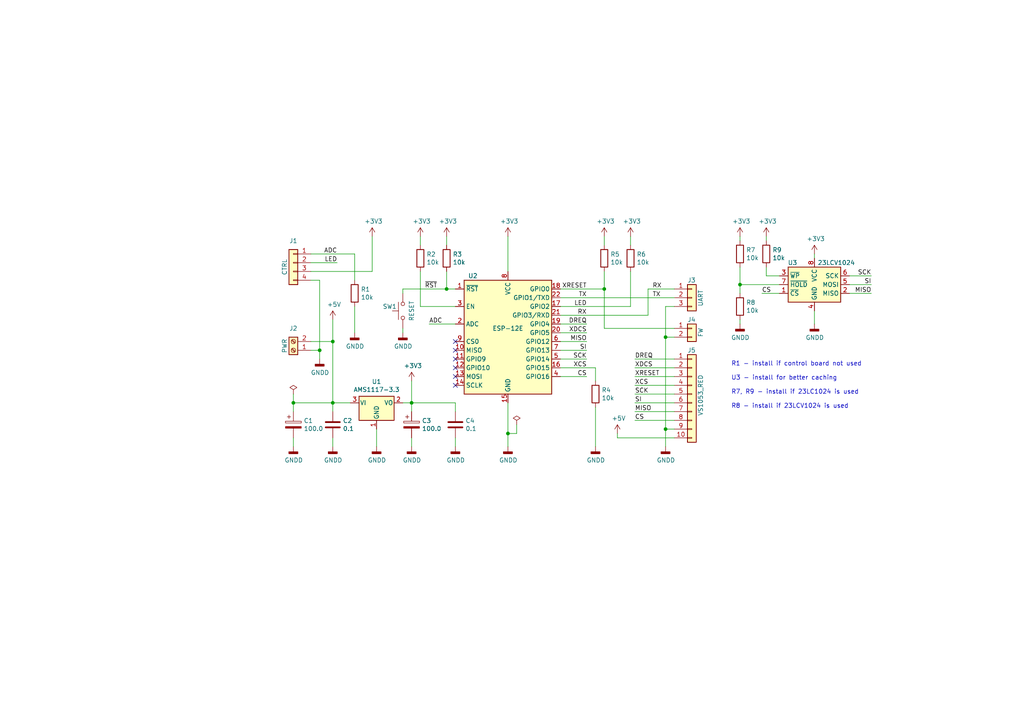
<source format=kicad_sch>
(kicad_sch (version 20230121) (generator eeschema)
  (paper "A4")
  (lib_symbols
    (symbol "Connector:Screw_Terminal_01x02" (pin_names (offset 1.016) hide)
      (property "Reference" "J" (at 0 2.54 0))
      (property "Value" "Screw_Terminal_01x02" (at 0 -5.08 0))
      (symbol "Screw_Terminal_01x02_1_1"
        (rectangle (start -1.27 1.27) (end 1.27 -3.81) (stroke (width 0.254)) (fill (type background)))
        (circle (center 0 -2.54) (radius 0.635) (stroke (width 0.1524)))
        (polyline (pts (xy -0.5334 -2.2098) (xy 0.3302 -3.048)) (stroke (width 0.1524)))
        (polyline (pts (xy -0.5334 0.3302) (xy 0.3302 -0.508)) (stroke (width 0.1524)))
        (polyline (pts (xy -0.3556 -2.032) (xy 0.508 -2.8702)) (stroke (width 0.1524)))
        (polyline (pts (xy -0.3556 0.508) (xy 0.508 -0.3302)) (stroke (width 0.1524)))
        (circle (center 0 0) (radius 0.635) (stroke (width 0.1524)))
        (pin passive line (at -5.08 0 0) (length 3.81) (name "Pin_1") (number "1"))
        (pin passive line (at -5.08 -2.54 0) (length 3.81) (name "Pin_2") (number "2"))
      )
    )
    (symbol "Connector_Generic:Conn_01x02" (pin_names (offset 1.016) hide)
      (property "Reference" "J" (at 0 2.54 0))
      (property "Value" "Conn_01x02" (at 0 -5.08 0))
      (symbol "Conn_01x02_1_1"
        (rectangle (start -1.27 -2.413) (end 0 -2.667) (stroke (width 0.1524)))
        (rectangle (start -1.27 0.127) (end 0 -0.127) (stroke (width 0.1524)))
        (rectangle (start -1.27 1.27) (end 1.27 -3.81) (stroke (width 0.254)) (fill (type background)))
        (pin passive line (at -5.08 0 0) (length 3.81) (name "Pin_1") (number "1"))
        (pin passive line (at -5.08 -2.54 0) (length 3.81) (name "Pin_2") (number "2"))
      )
    )
    (symbol "Connector_Generic:Conn_01x03" (pin_names (offset 1.016) hide)
      (property "Reference" "J" (at 0 5.08 0))
      (property "Value" "Conn_01x03" (at 0 -5.08 0))
      (symbol "Conn_01x03_1_1"
        (rectangle (start -1.27 -2.413) (end 0 -2.667) (stroke (width 0.1524)))
        (rectangle (start -1.27 0.127) (end 0 -0.127) (stroke (width 0.1524)))
        (rectangle (start -1.27 2.667) (end 0 2.413) (stroke (width 0.1524)))
        (rectangle (start -1.27 3.81) (end 1.27 -3.81) (stroke (width 0.254)) (fill (type background)))
        (pin passive line (at -5.08 2.54 0) (length 3.81) (name "Pin_1") (number "1"))
        (pin passive line (at -5.08 0 0) (length 3.81) (name "Pin_2") (number "2"))
        (pin passive line (at -5.08 -2.54 0) (length 3.81) (name "Pin_3") (number "3"))
      )
    )
    (symbol "Connector_Generic:Conn_01x04" (pin_names (offset 1.016) hide)
      (property "Reference" "J" (at 0 5.08 0))
      (property "Value" "Conn_01x04" (at 0 -7.62 0))
      (symbol "Conn_01x04_1_1"
        (rectangle (start -1.27 -4.953) (end 0 -5.207) (stroke (width 0.1524)))
        (rectangle (start -1.27 -2.413) (end 0 -2.667) (stroke (width 0.1524)))
        (rectangle (start -1.27 0.127) (end 0 -0.127) (stroke (width 0.1524)))
        (rectangle (start -1.27 2.667) (end 0 2.413) (stroke (width 0.1524)))
        (rectangle (start -1.27 3.81) (end 1.27 -6.35) (stroke (width 0.254)) (fill (type background)))
        (pin passive line (at -5.08 2.54 0) (length 3.81) (name "Pin_1") (number "1"))
        (pin passive line (at -5.08 0 0) (length 3.81) (name "Pin_2") (number "2"))
        (pin passive line (at -5.08 -2.54 0) (length 3.81) (name "Pin_3") (number "3"))
        (pin passive line (at -5.08 -5.08 0) (length 3.81) (name "Pin_4") (number "4"))
      )
    )
    (symbol "Connector_Generic:Conn_01x10" (pin_names (offset 1.016) hide)
      (property "Reference" "J" (at 0 12.7 0))
      (property "Value" "Conn_01x10" (at 0 -15.24 0))
      (symbol "Conn_01x10_1_1"
        (rectangle (start -1.27 -12.573) (end 0 -12.827) (stroke (width 0.1524)))
        (rectangle (start -1.27 -10.033) (end 0 -10.287) (stroke (width 0.1524)))
        (rectangle (start -1.27 -7.493) (end 0 -7.747) (stroke (width 0.1524)))
        (rectangle (start -1.27 -4.953) (end 0 -5.207) (stroke (width 0.1524)))
        (rectangle (start -1.27 -2.413) (end 0 -2.667) (stroke (width 0.1524)))
        (rectangle (start -1.27 0.127) (end 0 -0.127) (stroke (width 0.1524)))
        (rectangle (start -1.27 2.667) (end 0 2.413) (stroke (width 0.1524)))
        (rectangle (start -1.27 5.207) (end 0 4.953) (stroke (width 0.1524)))
        (rectangle (start -1.27 7.747) (end 0 7.493) (stroke (width 0.1524)))
        (rectangle (start -1.27 10.287) (end 0 10.033) (stroke (width 0.1524)))
        (rectangle (start -1.27 11.43) (end 1.27 -13.97) (stroke (width 0.254)) (fill (type background)))
        (pin passive line (at -5.08 10.16 0) (length 3.81) (name "Pin_1") (number "1"))
        (pin passive line (at -5.08 -12.7 0) (length 3.81) (name "Pin_10") (number "10"))
        (pin passive line (at -5.08 7.62 0) (length 3.81) (name "Pin_2") (number "2"))
        (pin passive line (at -5.08 5.08 0) (length 3.81) (name "Pin_3") (number "3"))
        (pin passive line (at -5.08 2.54 0) (length 3.81) (name "Pin_4") (number "4"))
        (pin passive line (at -5.08 0 0) (length 3.81) (name "Pin_5") (number "5"))
        (pin passive line (at -5.08 -2.54 0) (length 3.81) (name "Pin_6") (number "6"))
        (pin passive line (at -5.08 -5.08 0) (length 3.81) (name "Pin_7") (number "7"))
        (pin passive line (at -5.08 -7.62 0) (length 3.81) (name "Pin_8") (number "8"))
        (pin passive line (at -5.08 -10.16 0) (length 3.81) (name "Pin_9") (number "9"))
      )
    )
    (symbol "Device:C" (pin_numbers hide) (pin_names (offset 0.254))
      (property "Reference" "C" (at 0.635 2.54 0))
      (property "Value" "C" (at 0.635 -2.54 0))
      (symbol "C_0_1"
        (polyline (pts (xy -2.032 -0.762) (xy 2.032 -0.762)) (stroke (width 0.508)))
        (polyline (pts (xy -2.032 0.762) (xy 2.032 0.762)) (stroke (width 0.508)))
      )
      (symbol "C_1_1"
        (pin passive line (at 0 3.81 270) (length 2.794) (name "~") (number "1"))
        (pin passive line (at 0 -3.81 90) (length 2.794) (name "~") (number "2"))
      )
    )
    (symbol "Device:C_Polarized" (pin_numbers hide) (pin_names (offset 0.254))
      (property "Reference" "C" (at 0.635 2.54 0))
      (property "Value" "C_Polarized" (at 0.635 -2.54 0))
      (symbol "C_Polarized_0_1"
        (rectangle (start -2.286 0.508) (end 2.286 1.016))
        (polyline (pts (xy -1.778 2.286) (xy -0.762 2.286)))
        (polyline (pts (xy -1.27 2.794) (xy -1.27 1.778)))
        (rectangle (start 2.286 -0.508) (end -2.286 -1.016) (fill (type outline)))
      )
      (symbol "C_Polarized_1_1"
        (pin passive line (at 0 3.81 270) (length 2.794) (name "~") (number "1"))
        (pin passive line (at 0 -3.81 90) (length 2.794) (name "~") (number "2"))
      )
    )
    (symbol "Device:R" (pin_numbers hide) (pin_names (offset 0))
      (property "Reference" "R" (at 2.032 0 90))
      (property "Value" "R" (at 0 0 90))
      (symbol "R_0_1"
        (rectangle (start -1.016 -2.54) (end 1.016 2.54) (stroke (width 0.254)))
      )
      (symbol "R_1_1"
        (pin passive line (at 0 3.81 270) (length 1.27) (name "~") (number "1"))
        (pin passive line (at 0 -3.81 90) (length 1.27) (name "~") (number "2"))
      )
    )
    (symbol "Memory_EEPROM:25LCxxx"
      (property "Reference" "U" (at -7.62 6.35 0))
      (property "Value" "25LCxxx" (at 2.54 -6.35 0))
      (symbol "25LCxxx_1_1"
        (rectangle (start -7.62 5.08) (end 7.62 -5.08) (stroke (width 0.254)) (fill (type background)))
        (pin input line (at -10.16 -2.54 0) (length 2.54) (name "~{CS}") (number "1"))
        (pin tri_state line (at 10.16 -2.54 180) (length 2.54) (name "MISO") (number "2"))
        (pin input line (at -10.16 2.54 0) (length 2.54) (name "~{WP}") (number "3"))
        (pin power_in line (at 0 -7.62 90) (length 2.54) (name "GND") (number "4"))
        (pin input line (at 10.16 0 180) (length 2.54) (name "MOSI") (number "5"))
        (pin input line (at 10.16 2.54 180) (length 2.54) (name "SCK") (number "6"))
        (pin input line (at -10.16 0 0) (length 2.54) (name "~{HOLD}") (number "7"))
        (pin power_in line (at 0 7.62 270) (length 2.54) (name "VCC") (number "8"))
      )
    )
    (symbol "RF_Module:ESP-12E"
      (property "Reference" "U" (at -12.7 19.05 0))
      (property "Value" "ESP-12E" (at 12.7 19.05 0))
      (symbol "ESP-12E_0_1"
        (rectangle (start -12.7 17.78) (end 12.7 -15.24) (stroke (width 0.254)) (fill (type background)))
      )
      (symbol "ESP-12E_1_1"
        (pin input line (at -15.24 15.24 0) (length 2.54) (name "~{RST}") (number "1"))
        (pin bidirectional line (at -15.24 -2.54 0) (length 2.54) (name "MISO") (number "10"))
        (pin bidirectional line (at -15.24 -5.08 0) (length 2.54) (name "GPIO9") (number "11"))
        (pin bidirectional line (at -15.24 -7.62 0) (length 2.54) (name "GPIO10") (number "12"))
        (pin bidirectional line (at -15.24 -10.16 0) (length 2.54) (name "MOSI") (number "13"))
        (pin bidirectional line (at -15.24 -12.7 0) (length 2.54) (name "SCLK") (number "14"))
        (pin power_in line (at 0 -17.78 90) (length 2.54) (name "GND") (number "15"))
        (pin bidirectional line (at 15.24 -7.62 180) (length 2.54) (name "GPIO15") (number "16"))
        (pin bidirectional line (at 15.24 10.16 180) (length 2.54) (name "GPIO2") (number "17"))
        (pin bidirectional line (at 15.24 15.24 180) (length 2.54) (name "GPIO0") (number "18"))
        (pin bidirectional line (at 15.24 5.08 180) (length 2.54) (name "GPIO4") (number "19"))
        (pin input line (at -15.24 5.08 0) (length 2.54) (name "ADC") (number "2"))
        (pin bidirectional line (at 15.24 2.54 180) (length 2.54) (name "GPIO5") (number "20"))
        (pin bidirectional line (at 15.24 7.62 180) (length 2.54) (name "GPIO3/RXD") (number "21"))
        (pin bidirectional line (at 15.24 12.7 180) (length 2.54) (name "GPIO1/TXD") (number "22"))
        (pin input line (at -15.24 10.16 0) (length 2.54) (name "EN") (number "3"))
        (pin bidirectional line (at 15.24 -10.16 180) (length 2.54) (name "GPIO16") (number "4"))
        (pin bidirectional line (at 15.24 -5.08 180) (length 2.54) (name "GPIO14") (number "5"))
        (pin bidirectional line (at 15.24 0 180) (length 2.54) (name "GPIO12") (number "6"))
        (pin bidirectional line (at 15.24 -2.54 180) (length 2.54) (name "GPIO13") (number "7"))
        (pin power_in line (at 0 20.32 270) (length 2.54) (name "VCC") (number "8"))
        (pin input line (at -15.24 0 0) (length 2.54) (name "CS0") (number "9"))
      )
    )
    (symbol "Regulator_Linear:AMS1117-3.3" (pin_names (offset 0.254))
      (property "Reference" "U" (at -3.81 3.175 0))
      (property "Value" "AMS1117-3.3" (at 0 3.175 0))
      (symbol "AMS1117-3.3_0_1"
        (rectangle (start -5.08 -5.08) (end 5.08 1.905) (stroke (width 0.254)) (fill (type background)))
      )
      (symbol "AMS1117-3.3_1_1"
        (pin power_in line (at 0 -7.62 90) (length 2.54) (name "GND") (number "1"))
        (pin power_out line (at 7.62 0 180) (length 2.54) (name "VO") (number "2"))
        (pin power_in line (at -7.62 0 0) (length 2.54) (name "VI") (number "3"))
      )
    )
    (symbol "Switch:SW_Push" (pin_numbers hide) (pin_names (offset 1.016) hide)
      (property "Reference" "SW" (at 1.27 2.54 0))
      (property "Value" "SW_Push" (at 0 -1.524 0))
      (symbol "SW_Push_0_1"
        (circle (center -2.032 0) (radius 0.508))
        (polyline (pts (xy 0 1.27) (xy 0 3.048)))
        (polyline (pts (xy 2.54 1.27) (xy -2.54 1.27)))
        (circle (center 2.032 0) (radius 0.508))
        (pin passive line (at -5.08 0 0) (length 2.54) (name "1") (number "1"))
        (pin passive line (at 5.08 0 180) (length 2.54) (name "2") (number "2"))
      )
    )
    (symbol "power:+3V3" (power) (pin_names (offset 0))
      (property "Value" "+3V3" (at 0 3.556 0))
      (symbol "+3V3_0_1"
        (polyline (pts (xy -0.762 1.27) (xy 0 2.54)))
        (polyline (pts (xy 0 0) (xy 0 2.54)))
        (polyline (pts (xy 0 2.54) (xy 0.762 1.27)))
      )
      (symbol "+3V3_1_1"
        (pin power_in line (at 0 0 90) (length 0) hide (name "+3V3") (number "1"))
      )
    )
    (symbol "power:+5V" (power) (pin_names (offset 0))
      (property "Value" "+5V" (at 0 3.556 0))
      (symbol "+5V_0_1"
        (polyline (pts (xy -0.762 1.27) (xy 0 2.54)))
        (polyline (pts (xy 0 0) (xy 0 2.54)))
        (polyline (pts (xy 0 2.54) (xy 0.762 1.27)))
      )
      (symbol "+5V_1_1"
        (pin power_in line (at 0 0 90) (length 0) hide (name "+5V") (number "1"))
      )
    )
    (symbol "power:GNDD" (power) (pin_names (offset 0))
      (property "Value" "GNDD" (at 0 -3.175 0))
      (symbol "GNDD_0_1"
        (rectangle (start -1.27 -1.524) (end 1.27 -2.032) (stroke (width 0.254)) (fill (type outline)))
        (polyline (pts (xy 0 0) (xy 0 -1.524)))
      )
      (symbol "GNDD_1_1"
        (pin power_in line (at 0 0 270) (length 0) hide (name "GNDD") (number "1"))
      )
    )
    (symbol "power:PWR_FLAG" (power) (pin_numbers hide) (pin_names (offset 0) hide)
      (property "Value" "PWR_FLAG" (at 0 3.81 0))
      (symbol "PWR_FLAG_0_0"
        (pin power_out line (at 0 0 90) (length 0) (name "pwr") (number "1"))
      )
      (symbol "PWR_FLAG_0_1"
        (polyline (pts (xy 0 0) (xy 0 1.27) (xy -1.016 1.905) (xy 0 2.54) (xy 1.016 1.905) (xy 0 1.27)))
      )
    )
  )
  (junction (at 147.32 125.73))
  (junction (at 193.04 124.46))
  (junction (at 85.09 116.84))
  (junction (at 175.26 83.82))
  (junction (at 119.38 116.84))
  (junction (at 214.63 82.55))
  (junction (at 96.52 99.06))
  (junction (at 193.04 97.79))
  (junction (at 92.71 101.6))
  (junction (at 96.52 116.84))
  (junction (at 129.54 83.82))
  (no_connect (at 132.08 104.14))
  (no_connect (at 132.08 106.68))
  (no_connect (at 132.08 111.76))
  (no_connect (at 132.08 99.06))
  (no_connect (at 132.08 101.6))
  (no_connect (at 132.08 109.22))
  (wire (pts (xy 107.95 78.74) (xy 107.95 68.58)))
  (wire (pts (xy 90.17 73.66) (xy 102.87 73.66)))
  (wire (pts (xy 119.38 110.49) (xy 119.38 116.84)))
  (wire (pts (xy 162.56 91.44) (xy 187.96 91.44)))
  (wire (pts (xy 119.38 129.54) (xy 119.38 127)))
  (wire (pts (xy 90.17 99.06) (xy 96.52 99.06)))
  (wire (pts (xy 214.63 82.55) (xy 214.63 85.09)))
  (wire (pts (xy 236.22 73.66) (xy 236.22 74.93)))
  (wire (pts (xy 96.52 116.84) (xy 101.6 116.84)))
  (wire (pts (xy 193.04 129.54) (xy 193.04 124.46)))
  (wire (pts (xy 246.38 80.01) (xy 252.73 80.01)))
  (wire (pts (xy 184.15 116.84) (xy 195.58 116.84)))
  (wire (pts (xy 109.22 129.54) (xy 109.22 124.46)))
  (wire (pts (xy 96.52 119.38) (xy 96.52 116.84)))
  (wire (pts (xy 175.26 78.74) (xy 175.26 83.82)))
  (wire (pts (xy 92.71 101.6) (xy 90.17 101.6)))
  (wire (pts (xy 119.38 119.38) (xy 119.38 116.84)))
  (wire (pts (xy 193.04 124.46) (xy 195.58 124.46)))
  (wire (pts (xy 184.15 121.92) (xy 195.58 121.92)))
  (wire (pts (xy 162.56 101.6) (xy 170.18 101.6)))
  (wire (pts (xy 116.84 95.25) (xy 116.84 96.52)))
  (wire (pts (xy 179.07 127) (xy 195.58 127)))
  (wire (pts (xy 129.54 83.82) (xy 116.84 83.82)))
  (wire (pts (xy 214.63 68.58) (xy 214.63 69.85)))
  (wire (pts (xy 85.09 114.3) (xy 85.09 116.84)))
  (wire (pts (xy 214.63 82.55) (xy 226.06 82.55)))
  (wire (pts (xy 119.38 116.84) (xy 132.08 116.84)))
  (wire (pts (xy 96.52 116.84) (xy 85.09 116.84)))
  (wire (pts (xy 222.25 80.01) (xy 226.06 80.01)))
  (wire (pts (xy 149.86 123.19) (xy 149.86 125.73)))
  (wire (pts (xy 187.96 91.44) (xy 187.96 83.82)))
  (wire (pts (xy 184.15 119.38) (xy 195.58 119.38)))
  (wire (pts (xy 182.88 78.74) (xy 182.88 88.9)))
  (wire (pts (xy 175.26 95.25) (xy 175.26 83.82)))
  (wire (pts (xy 195.58 97.79) (xy 193.04 97.79)))
  (wire (pts (xy 214.63 77.47) (xy 214.63 82.55)))
  (wire (pts (xy 124.46 93.98) (xy 132.08 93.98)))
  (wire (pts (xy 92.71 101.6) (xy 92.71 81.28)))
  (wire (pts (xy 162.56 86.36) (xy 195.58 86.36)))
  (wire (pts (xy 147.32 68.58) (xy 147.32 78.74)))
  (wire (pts (xy 132.08 116.84) (xy 132.08 119.38)))
  (wire (pts (xy 162.56 109.22) (xy 170.18 109.22)))
  (wire (pts (xy 222.25 77.47) (xy 222.25 80.01)))
  (wire (pts (xy 85.09 116.84) (xy 85.09 119.38)))
  (wire (pts (xy 116.84 83.82) (xy 116.84 85.09)))
  (wire (pts (xy 214.63 92.71) (xy 214.63 93.98)))
  (wire (pts (xy 195.58 104.14) (xy 184.15 104.14)))
  (wire (pts (xy 252.73 85.09) (xy 246.38 85.09)))
  (wire (pts (xy 129.54 71.12) (xy 129.54 68.58)))
  (wire (pts (xy 162.56 83.82) (xy 175.26 83.82)))
  (wire (pts (xy 121.92 88.9) (xy 121.92 78.74)))
  (wire (pts (xy 170.18 96.52) (xy 162.56 96.52)))
  (wire (pts (xy 170.18 99.06) (xy 162.56 99.06)))
  (wire (pts (xy 172.72 129.54) (xy 172.72 118.11)))
  (wire (pts (xy 187.96 83.82) (xy 195.58 83.82)))
  (wire (pts (xy 97.79 76.2) (xy 90.17 76.2)))
  (wire (pts (xy 236.22 93.98) (xy 236.22 90.17)))
  (wire (pts (xy 170.18 93.98) (xy 162.56 93.98)))
  (wire (pts (xy 132.08 129.54) (xy 132.08 127)))
  (wire (pts (xy 246.38 82.55) (xy 252.73 82.55)))
  (wire (pts (xy 193.04 124.46) (xy 193.04 97.79)))
  (wire (pts (xy 92.71 104.14) (xy 92.71 101.6)))
  (wire (pts (xy 184.15 111.76) (xy 195.58 111.76)))
  (wire (pts (xy 162.56 88.9) (xy 182.88 88.9)))
  (wire (pts (xy 175.26 68.58) (xy 175.26 71.12)))
  (wire (pts (xy 226.06 85.09) (xy 220.98 85.09)))
  (wire (pts (xy 116.84 116.84) (xy 119.38 116.84)))
  (wire (pts (xy 102.87 81.28) (xy 102.87 73.66)))
  (wire (pts (xy 182.88 68.58) (xy 182.88 71.12)))
  (wire (pts (xy 132.08 83.82) (xy 129.54 83.82)))
  (wire (pts (xy 222.25 68.58) (xy 222.25 69.85)))
  (wire (pts (xy 162.56 104.14) (xy 170.18 104.14)))
  (wire (pts (xy 96.52 99.06) (xy 96.52 116.84)))
  (wire (pts (xy 184.15 109.22) (xy 195.58 109.22)))
  (wire (pts (xy 172.72 110.49) (xy 172.72 106.68)))
  (wire (pts (xy 147.32 125.73) (xy 147.32 116.84)))
  (wire (pts (xy 193.04 88.9) (xy 193.04 97.79)))
  (wire (pts (xy 162.56 106.68) (xy 172.72 106.68)))
  (wire (pts (xy 92.71 81.28) (xy 90.17 81.28)))
  (wire (pts (xy 121.92 71.12) (xy 121.92 68.58)))
  (wire (pts (xy 132.08 88.9) (xy 121.92 88.9)))
  (wire (pts (xy 195.58 95.25) (xy 175.26 95.25)))
  (wire (pts (xy 193.04 88.9) (xy 195.58 88.9)))
  (wire (pts (xy 96.52 129.54) (xy 96.52 127)))
  (wire (pts (xy 85.09 129.54) (xy 85.09 127)))
  (wire (pts (xy 129.54 83.82) (xy 129.54 78.74)))
  (wire (pts (xy 184.15 106.68) (xy 195.58 106.68)))
  (wire (pts (xy 102.87 96.52) (xy 102.87 88.9)))
  (wire (pts (xy 96.52 92.71) (xy 96.52 99.06)))
  (wire (pts (xy 149.86 125.73) (xy 147.32 125.73)))
  (wire (pts (xy 184.15 114.3) (xy 195.58 114.3)))
  (wire (pts (xy 147.32 129.54) (xy 147.32 125.73)))
  (wire (pts (xy 179.07 127) (xy 179.07 125.73)))
  (wire (pts (xy 90.17 78.74) (xy 107.95 78.74)))
  (text "R1 - install if control board not used\n\nU3 - install for better caching\n\nR7, R9 - install if 23LC1024 is used\n\nR8 - install if 23LCV1024 is used\n\n" (at 212.09 120.65 0) (effects (font (size 1.27 1.27)) (justify left bottom)))
  (label "DREQ" (at 170.18 93.98 180))
  (label "MISO" (at 170.18 99.06 180))
  (label "MISO" (at 184.15 119.38 0))
  (label "CS" (at 184.15 121.92 0))
  (label "MISO" (at 252.73 85.09 180))
  (label "RX" (at 189.23 83.82 0))
  (label "TX" (at 170.18 86.36 180))
  (label "XDCS" (at 170.18 96.52 180))
  (label "TX" (at 189.23 86.36 0))
  (label "SI" (at 252.73 82.55 180))
  (label "XRESET" (at 184.15 109.22 0))
  (label "XCS" (at 170.18 106.68 180))
  (label "RX" (at 170.18 91.44 180))
  (label "XRESET" (at 170.18 83.82 180))
  (label "DREQ" (at 184.15 104.14 0))
  (label "ADC" (at 97.79 73.66 180))
  (label "SCK" (at 184.15 114.3 0))
  (label "LED" (at 170.18 88.9 180))
  (label "~{RST}" (at 123.19 83.82 0))
  (label "SCK" (at 170.18 104.14 180))
  (label "XCS" (at 184.15 111.76 0))
  (label "XDCS" (at 184.15 106.68 0))
  (label "CS" (at 220.98 85.09 0))
  (label "SI" (at 170.18 101.6 180))
  (label "LED" (at 97.79 76.2 180))
  (label "CS" (at 170.18 109.22 180))
  (label "SI" (at 184.15 116.84 0))
  (label "ADC" (at 124.46 93.98 0))
  (label "SCK" (at 252.73 80.01 180))
  (symbol (lib_id "RF_Module:ESP-12E") (at 147.32 99.06 0) (unit 1)
    (property "Reference" "U2" (at 137.16 80.01 0))
    (property "Value" "ESP-12E" (at 147.32 95.25 0))
    (property "Footprint" "RF_Module:ESP-12E" (effects hide))
    (property "Datasheet" "http://wiki.ai-thinker.com/_media/esp8266/esp8266_series_modules_user_manual_v1.1.pdf" (effects hide))
  )
  (symbol (lib_id "Connector_Generic:Conn_01x10") (at 200.66 114.3 0) (unit 1)
    (property "Reference" "J5" (at 199.39 101.6 0) (effects (justify left)))
    (property "Value" "VS1053_RED" (at 203.2 120.65 90) (effects (justify left)))
    (property "Footprint" "Connector_PinSocket_2.54mm:PinSocket_1x10_P2.54mm_Vertical" (effects hide))
  )
  (symbol (lib_id "Regulator_Linear:AMS1117-3.3") (at 109.22 116.84 0) (unit 1)
    (property "Reference" "U1" (at 109.22 110.6932 0))
    (property "Value" "AMS1117-3.3" (at 109.22 113.0046 0))
    (property "Footprint" "Package_TO_SOT_SMD:SOT-223-3_TabPin2" (effects hide))
    (property "Datasheet" "http://www.advanced-monolithic.com/pdf/ds1117.pdf" (effects hide))
  )
  (symbol (lib_id "Connector_Generic:Conn_01x03") (at 200.66 86.36 0) (unit 1)
    (property "Reference" "J3" (at 199.39 81.28 0) (effects (justify left)))
    (property "Value" "UART" (at 203.2 88.9 90) (effects (justify left)))
    (property "Footprint" "Connector_PinHeader_2.54mm:PinHeader_1x03_P2.54mm_Vertical" (effects hide))
  )
  (symbol (lib_id "power:GNDD") (at 193.04 129.54 0) (unit 1)
    (property "Reference" "#PWR0101" (effects hide))
    (property "Value" "GNDD" (at 193.1416 133.477 0))
  )
  (symbol (lib_id "power:GNDD") (at 147.32 129.54 0) (unit 1)
    (property "Reference" "#PWR0102" (effects hide))
    (property "Value" "GNDD" (at 147.4216 133.477 0))
  )
  (symbol (lib_id "Device:R") (at 129.54 74.93 0) (unit 1)
    (property "Reference" "R3" (at 131.318 73.7616 0) (effects (justify left)))
    (property "Value" "10k" (at 131.318 76.073 0) (effects (justify left)))
    (property "Footprint" "Resistor_SMD:R_1206_3216Metric" (effects hide))
  )
  (symbol (lib_id "power:+3V3") (at 129.54 68.58 0) (unit 1)
    (property "Reference" "#PWR0103" (effects hide))
    (property "Value" "+3V3" (at 129.921 64.1858 0))
  )
  (symbol (lib_id "Switch:SW_Push") (at 116.84 90.17 90) (unit 1)
    (property "Reference" "SW1" (at 113.03 88.9 90))
    (property "Value" "RESET" (at 119.38 90.17 0))
    (property "Footprint" "Button_Switch_THT:SW_PUSH_6mm" (effects hide))
  )
  (symbol (lib_id "power:GNDD") (at 116.84 96.52 0) (unit 1)
    (property "Reference" "#PWR0117" (effects hide))
    (property "Value" "GNDD" (at 116.9416 100.457 0))
  )
  (symbol (lib_id "Device:R") (at 121.92 74.93 0) (unit 1)
    (property "Reference" "R2" (at 123.698 73.7616 0) (effects (justify left)))
    (property "Value" "10k" (at 123.698 76.073 0) (effects (justify left)))
    (property "Footprint" "Resistor_SMD:R_1206_3216Metric" (effects hide))
  )
  (symbol (lib_id "power:+3V3") (at 121.92 68.58 0) (unit 1)
    (property "Reference" "#PWR0104" (effects hide))
    (property "Value" "+3V3" (at 122.301 64.1858 0))
  )
  (symbol (lib_id "power:+3V3") (at 147.32 68.58 0) (unit 1)
    (property "Reference" "#PWR0105" (effects hide))
    (property "Value" "+3V3" (at 147.701 64.1858 0))
  )
  (symbol (lib_id "Device:R") (at 172.72 114.3 0) (unit 1)
    (property "Reference" "R4" (at 174.498 113.1316 0) (effects (justify left)))
    (property "Value" "10k" (at 174.498 115.443 0) (effects (justify left)))
    (property "Footprint" "Resistor_SMD:R_1206_3216Metric" (effects hide))
  )
  (symbol (lib_id "Memory_EEPROM:25LCxxx") (at 236.22 82.55 0) (unit 1)
    (property "Reference" "U3" (at 229.87 76.2 0))
    (property "Value" "23LCV1024" (at 242.57 76.2 0))
    (property "Footprint" "Package_SO:SO-8_3.9x4.9mm_P1.27mm" (effects hide))
    (property "Datasheet" "http://ww1.microchip.com/downloads/en/DeviceDoc/21832H.pdf" (effects hide))
  )
  (symbol (lib_id "power:GNDD") (at 172.72 129.54 0) (unit 1)
    (property "Reference" "#PWR0106" (effects hide))
    (property "Value" "GNDD" (at 172.8216 133.477 0))
  )
  (symbol (lib_id "Device:R") (at 175.26 74.93 0) (unit 1)
    (property "Reference" "R5" (at 177.038 73.7616 0) (effects (justify left)))
    (property "Value" "10k" (at 177.038 76.073 0) (effects (justify left)))
    (property "Footprint" "Resistor_SMD:R_1206_3216Metric" (effects hide))
  )
  (symbol (lib_id "power:+3V3") (at 175.26 68.58 0) (unit 1)
    (property "Reference" "#PWR0107" (effects hide))
    (property "Value" "+3V3" (at 175.641 64.1858 0))
  )
  (symbol (lib_id "power:+3V3") (at 236.22 73.66 0) (unit 1)
    (property "Reference" "#PWR0120" (effects hide))
    (property "Value" "+3V3" (at 236.601 69.2658 0))
  )
  (symbol (lib_id "Device:R") (at 182.88 74.93 0) (unit 1)
    (property "Reference" "R6" (at 184.658 73.7616 0) (effects (justify left)))
    (property "Value" "10k" (at 184.658 76.073 0) (effects (justify left)))
    (property "Footprint" "Resistor_SMD:R_1206_3216Metric" (effects hide))
  )
  (symbol (lib_id "power:+3V3") (at 182.88 68.58 0) (unit 1)
    (property "Reference" "#PWR0108" (effects hide))
    (property "Value" "+3V3" (at 183.261 64.1858 0))
  )
  (symbol (lib_id "Connector_Generic:Conn_01x02") (at 200.66 95.25 0) (unit 1)
    (property "Reference" "J4" (at 199.39 92.71 0) (effects (justify left)))
    (property "Value" "FW" (at 203.2 97.79 90) (effects (justify left)))
    (property "Footprint" "Connector_PinHeader_2.54mm:PinHeader_1x02_P2.54mm_Vertical" (effects hide))
  )
  (symbol (lib_id "power:GNDD") (at 236.22 93.98 0) (unit 1)
    (property "Reference" "#PWR0121" (effects hide))
    (property "Value" "GNDD" (at 236.3216 97.917 0))
  )
  (symbol (lib_id "Connector:Screw_Terminal_01x02") (at 85.09 101.6 180) (unit 1)
    (property "Reference" "J2" (at 85.09 95.25 0))
    (property "Value" "PWR" (at 82.55 100.33 90))
    (property "Footprint" "TerminalBlock:TerminalBlock_bornier-2_P5.08mm" (effects hide))
  )
  (symbol (lib_id "power:GNDD") (at 214.63 93.98 0) (unit 1)
    (property "Reference" "#PWR0122" (effects hide))
    (property "Value" "GNDD" (at 214.7316 97.917 0))
  )
  (symbol (lib_id "Device:R") (at 214.63 73.66 0) (unit 1)
    (property "Reference" "R7" (at 216.408 72.4916 0) (effects (justify left)))
    (property "Value" "10k" (at 216.408 74.803 0) (effects (justify left)))
    (property "Footprint" "Resistor_SMD:R_1206_3216Metric" (effects hide))
  )
  (symbol (lib_id "Device:R") (at 214.63 88.9 0) (unit 1)
    (property "Reference" "R8" (at 216.408 87.7316 0) (effects (justify left)))
    (property "Value" "10k" (at 216.408 90.043 0) (effects (justify left)))
    (property "Footprint" "Resistor_SMD:R_1206_3216Metric" (effects hide))
  )
  (symbol (lib_id "Device:C") (at 96.52 123.19 0) (unit 1)
    (property "Reference" "C2" (at 99.441 122.0216 0) (effects (justify left)))
    (property "Value" "0.1" (at 99.441 124.333 0) (effects (justify left)))
    (property "Footprint" "Capacitor_SMD:C_1206_3216Metric" (effects hide))
  )
  (symbol (lib_id "Device:C_Polarized") (at 85.09 123.19 0) (unit 1)
    (property "Reference" "C1" (at 88.0872 122.0216 0) (effects (justify left)))
    (property "Value" "100.0" (at 88.0872 124.333 0) (effects (justify left)))
    (property "Footprint" "Capacitor_THT:CP_Radial_D6.3mm_P2.50mm" (effects hide))
  )
  (symbol (lib_id "power:+3V3") (at 214.63 68.58 0) (unit 1)
    (property "Reference" "#PWR02" (effects hide))
    (property "Value" "+3V3" (at 215.011 64.1858 0))
  )
  (symbol (lib_id "power:GNDD") (at 85.09 129.54 0) (unit 1)
    (property "Reference" "#PWR0113" (effects hide))
    (property "Value" "GNDD" (at 85.1916 133.477 0))
  )
  (symbol (lib_id "power:GNDD") (at 96.52 129.54 0) (unit 1)
    (property "Reference" "#PWR0112" (effects hide))
    (property "Value" "GNDD" (at 96.6216 133.477 0))
  )
  (symbol (lib_id "power:GNDD") (at 109.22 129.54 0) (unit 1)
    (property "Reference" "#PWR0109" (effects hide))
    (property "Value" "GNDD" (at 109.3216 133.477 0))
  )
  (symbol (lib_id "Device:C_Polarized") (at 119.38 123.19 0) (unit 1)
    (property "Reference" "C3" (at 122.3772 122.0216 0) (effects (justify left)))
    (property "Value" "100.0" (at 122.3772 124.333 0) (effects (justify left)))
    (property "Footprint" "Capacitor_THT:CP_Radial_D6.3mm_P2.50mm" (effects hide))
  )
  (symbol (lib_id "Device:C") (at 132.08 123.19 0) (unit 1)
    (property "Reference" "C4" (at 135.001 122.0216 0) (effects (justify left)))
    (property "Value" "0.1" (at 135.001 124.333 0) (effects (justify left)))
    (property "Footprint" "Capacitor_SMD:C_1206_3216Metric" (effects hide))
  )
  (symbol (lib_id "power:GNDD") (at 119.38 129.54 0) (unit 1)
    (property "Reference" "#PWR0110" (effects hide))
    (property "Value" "GNDD" (at 119.4816 133.477 0))
  )
  (symbol (lib_id "power:GNDD") (at 132.08 129.54 0) (unit 1)
    (property "Reference" "#PWR0111" (effects hide))
    (property "Value" "GNDD" (at 132.1816 133.477 0))
  )
  (symbol (lib_id "Device:R") (at 222.25 73.66 0) (unit 1)
    (property "Reference" "R9" (at 224.028 72.4916 0) (effects (justify left)))
    (property "Value" "10k" (at 224.028 74.803 0) (effects (justify left)))
    (property "Footprint" "Resistor_SMD:R_1206_3216Metric" (effects hide))
  )
  (symbol (lib_id "power:+3V3") (at 222.25 68.58 0) (unit 1)
    (property "Reference" "#PWR03" (effects hide))
    (property "Value" "+3V3" (at 222.631 64.1858 0))
  )
  (symbol (lib_id "power:GNDD") (at 92.71 104.14 0) (unit 1)
    (property "Reference" "#PWR0114" (effects hide))
    (property "Value" "GNDD" (at 92.8116 108.077 0))
  )
  (symbol (lib_id "power:+5V") (at 96.52 92.71 0) (unit 1)
    (property "Reference" "#PWR0119" (effects hide))
    (property "Value" "+5V" (at 96.901 88.3158 0))
  )
  (symbol (lib_id "power:+5V") (at 179.07 125.73 0) (unit 1)
    (property "Reference" "#PWR0115" (effects hide))
    (property "Value" "+5V" (at 179.451 121.3358 0))
  )
  (symbol (lib_id "power:+3V3") (at 119.38 110.49 0) (unit 1)
    (property "Reference" "#PWR0116" (effects hide))
    (property "Value" "+3V3" (at 119.761 106.0958 0))
  )
  (symbol (lib_id "Connector_Generic:Conn_01x04") (at 85.09 76.2 0) (mirror y) (unit 1)
    (property "Reference" "J1" (at 85.09 69.85 0))
    (property "Value" "CTRL" (at 82.55 77.47 90))
    (property "Footprint" "Connector_PinHeader_2.54mm:PinHeader_1x04_P2.54mm_Vertical" (effects hide))
  )
  (symbol (lib_id "power:+3V3") (at 107.95 68.58 0) (unit 1)
    (property "Reference" "#PWR0118" (effects hide))
    (property "Value" "+3V3" (at 108.331 64.1858 0))
  )
  (symbol (lib_id "Device:R") (at 102.87 85.09 0) (unit 1)
    (property "Reference" "R1" (at 104.648 83.9216 0) (effects (justify left)))
    (property "Value" "10k" (at 104.648 86.233 0) (effects (justify left)))
    (property "Footprint" "Resistor_SMD:R_1206_3216Metric" (effects hide))
  )
  (symbol (lib_id "power:GNDD") (at 102.87 96.52 0) (unit 1)
    (property "Reference" "#PWR01" (effects hide))
    (property "Value" "GNDD" (at 102.9716 100.457 0))
  )
  (symbol (lib_id "power:PWR_FLAG") (at 85.09 114.3 0) (unit 1)
    (property "Reference" "#FLG0101" (effects hide))
    (property "Value" "PWR_FLAG" (effects hide))
  )
  (symbol (lib_id "power:PWR_FLAG") (at 149.86 123.19 0) (unit 1)
    (property "Reference" "#FLG0102" (effects hide))
    (property "Value" "PWR_FLAG" (effects hide))
  )
)
</source>
